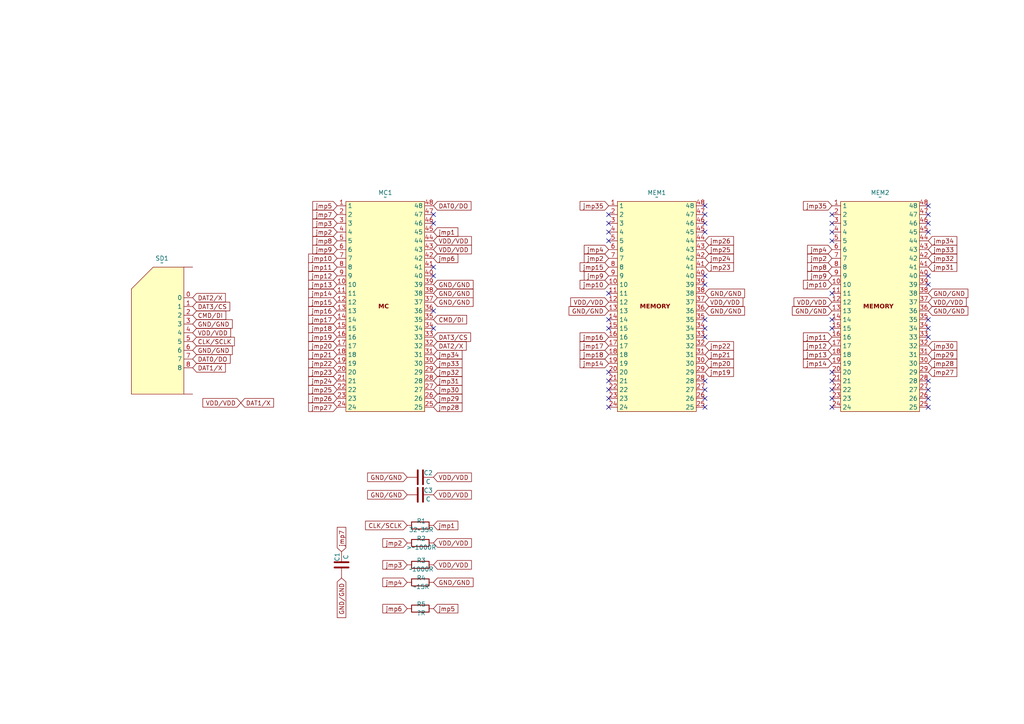
<source format=kicad_sch>
(kicad_sch (version 20250114) (generator "eeschema") (generator_version "9.0")
  (paper "A4")
  (lib_symbols
    (symbol "Device:C" (pin_numbers (hide yes)) (pin_names (offset 0.254))
      (property "Reference" "C" (at 0.635 2.54 0))
      (property "Value" "C" (at 0.635 -2.54 0))
      (symbol "C_0_1"
        (polyline (pts (xy -2.032 0.762) (xy 2.032 0.762)) (stroke (width 0.508)))
        (polyline (pts (xy -2.032 -0.762) (xy 2.032 -0.762)) (stroke (width 0.508)))
      )
      (symbol "C_1_1"
        (pin passive line (at 0 3.81 270) (length 2.794) (name "~") (number "1"))
        (pin passive line (at 0 -3.81 90) (length 2.794) (name "~") (number "2"))
      )
    )
    (symbol "Device:R" (pin_numbers (hide yes)) (pin_names (offset 0))
      (property "Reference" "R" (at 2.032 0 90))
      (property "Value" "R" (at 0 0 90))
      (symbol "R_0_1"
        (rectangle (start -1.016 -2.54) (end 1.016 2.54) (stroke (width 0.254)))
      )
      (symbol "R_1_1"
        (pin passive line (at 0 3.81 270) (length 1.27) (name "~") (number "1"))
        (pin passive line (at 0 -3.81 90) (length 1.27) (name "~") (number "2"))
      )
    )
    (symbol "mc1_1"
      (property "Reference" "MEM" (at 13.462 -2.286 0))
      (symbol "mc1_1_1_1"
        (rectangle (start 2.54 1.27) (end 25.4 -59.69) (fill (type background)))
        (text "MC\n" (at 13.462 -29.21 0) (effects (font (size 1.27 1.27) (bold yes))))
        (pin input line (at 0 0 0) (length 2.54) (name "1") (number "1"))
        (pin input line (at 0 -2.54 0) (length 2.54) (name "2") (number "2"))
        (pin input line (at 0 -5.08 0) (length 2.54) (name "3") (number "3"))
        (pin input line (at 0 -7.62 0) (length 2.54) (name "4") (number "4"))
        (pin input line (at 0 -10.16 0) (length 2.54) (name "5") (number "5"))
        (pin input line (at 0 -12.7 0) (length 2.54) (name "6") (number "6"))
        (pin input line (at 0 -15.24 0) (length 2.54) (name "7") (number "7"))
        (pin input line (at 0 -17.78 0) (length 2.54) (name "8") (number "8"))
        (pin input line (at 0 -20.32 0) (length 2.54) (name "9") (number "9"))
        (pin input line (at 0 -22.86 0) (length 2.54) (name "10") (number "10"))
        (pin input line (at 0 -25.4 0) (length 2.54) (name "11") (number "11"))
        (pin input line (at 0 -27.94 0) (length 2.54) (name "12") (number "12"))
        (pin input line (at 0 -30.48 0) (length 2.54) (name "13") (number "13"))
        (pin input line (at 0 -33.02 0) (length 2.54) (name "14") (number "14"))
        (pin input line (at 0 -35.56 0) (length 2.54) (name "15") (number "15"))
        (pin input line (at 0 -38.1 0) (length 2.54) (name "16") (number "16"))
        (pin input line (at 0 -40.64 0) (length 2.54) (name "17") (number "17"))
        (pin input line (at 0 -43.18 0) (length 2.54) (name "18") (number "18"))
        (pin input line (at 0 -45.72 0) (length 2.54) (name "19") (number "19"))
        (pin input line (at 0 -48.26 0) (length 2.54) (name "20") (number "20"))
        (pin input line (at 0 -50.8 0) (length 2.54) (name "21") (number "21"))
        (pin input line (at 0 -53.34 0) (length 2.54) (name "22") (number "22"))
        (pin input line (at 0 -55.88 0) (length 2.54) (name "23") (number "23"))
        (pin input line (at 0 -58.42 0) (length 2.54) (name "24") (number "24"))
        (pin input line (at 27.94 0 180) (length 2.54) (name "48") (number "48"))
        (pin input line (at 27.94 -2.54 180) (length 2.54) (name "47") (number "47"))
        (pin input line (at 27.94 -5.08 180) (length 2.54) (name "46") (number "46"))
        (pin input line (at 27.94 -7.62 180) (length 2.54) (name "45") (number "45"))
        (pin input line (at 27.94 -10.16 180) (length 2.54) (name "44") (number "44"))
        (pin input line (at 27.94 -12.7 180) (length 2.54) (name "43") (number "43"))
        (pin input line (at 27.94 -15.24 180) (length 2.54) (name "42") (number "42"))
        (pin input line (at 27.94 -17.78 180) (length 2.54) (name "41") (number "41"))
        (pin input line (at 27.94 -20.32 180) (length 2.54) (name "40") (number "40"))
        (pin input line (at 27.94 -22.86 180) (length 2.54) (name "39") (number "39"))
        (pin input line (at 27.94 -25.4 180) (length 2.54) (name "38") (number "38"))
        (pin input line (at 27.94 -27.94 180) (length 2.54) (name "37") (number "37"))
        (pin input line (at 27.94 -30.48 180) (length 2.54) (name "36") (number "36"))
        (pin input line (at 27.94 -33.02 180) (length 2.54) (name "35") (number "35"))
        (pin input line (at 27.94 -35.56 180) (length 2.54) (name "34") (number "34"))
        (pin input line (at 27.94 -38.1 180) (length 2.54) (name "33") (number "33"))
        (pin input line (at 27.94 -40.64 180) (length 2.54) (name "32") (number "32"))
        (pin input line (at 27.94 -43.18 180) (length 2.54) (name "31") (number "31"))
        (pin input line (at 27.94 -45.72 180) (length 2.54) (name "30") (number "30"))
        (pin input line (at 27.94 -48.26 180) (length 2.54) (name "29") (number "29"))
        (pin input line (at 27.94 -50.8 180) (length 2.54) (name "28") (number "28"))
        (pin input line (at 27.94 -53.34 180) (length 2.54) (name "27") (number "27"))
        (pin input line (at 27.94 -55.88 180) (length 2.54) (name "26") (number "26"))
        (pin input line (at 27.94 -58.42 180) (length 2.54) (name "25") (number "25"))
      )
    )
    (symbol "symbols:memory1"
      (property "Reference" "MEM" (at 13.462 -2.286 0))
      (symbol "memory1_1_1"
        (rectangle (start 2.54 1.27) (end 25.4 -59.69) (fill (type background)))
        (text "MEMORY" (at 13.462 -29.21 0) (effects (font (size 1.27 1.27) (bold yes))))
        (pin input line (at 0 0 0) (length 2.54) (name "1") (number "1"))
        (pin input line (at 0 -2.54 0) (length 2.54) (name "2") (number "2"))
        (pin input line (at 0 -5.08 0) (length 2.54) (name "3") (number "3"))
        (pin input line (at 0 -7.62 0) (length 2.54) (name "4") (number "4"))
        (pin input line (at 0 -10.16 0) (length 2.54) (name "5") (number "5"))
        (pin input line (at 0 -12.7 0) (length 2.54) (name "6") (number "6"))
        (pin input line (at 0 -15.24 0) (length 2.54) (name "7") (number "7"))
        (pin input line (at 0 -17.78 0) (length 2.54) (name "8") (number "8"))
        (pin input line (at 0 -20.32 0) (length 2.54) (name "9") (number "9"))
        (pin input line (at 0 -22.86 0) (length 2.54) (name "10") (number "10"))
        (pin input line (at 0 -25.4 0) (length 2.54) (name "11") (number "11"))
        (pin input line (at 0 -27.94 0) (length 2.54) (name "12") (number "12"))
        (pin input line (at 0 -30.48 0) (length 2.54) (name "13") (number "13"))
        (pin input line (at 0 -33.02 0) (length 2.54) (name "14") (number "14"))
        (pin input line (at 0 -35.56 0) (length 2.54) (name "15") (number "15"))
        (pin input line (at 0 -38.1 0) (length 2.54) (name "16") (number "16"))
        (pin input line (at 0 -40.64 0) (length 2.54) (name "17") (number "17"))
        (pin input line (at 0 -43.18 0) (length 2.54) (name "18") (number "18"))
        (pin input line (at 0 -45.72 0) (length 2.54) (name "19") (number "19"))
        (pin input line (at 0 -48.26 0) (length 2.54) (name "20") (number "20"))
        (pin input line (at 0 -50.8 0) (length 2.54) (name "21") (number "21"))
        (pin input line (at 0 -53.34 0) (length 2.54) (name "22") (number "22"))
        (pin input line (at 0 -55.88 0) (length 2.54) (name "23") (number "23"))
        (pin input line (at 0 -58.42 0) (length 2.54) (name "24") (number "24"))
        (pin input line (at 27.94 0 180) (length 2.54) (name "48") (number "48"))
        (pin input line (at 27.94 -2.54 180) (length 2.54) (name "47") (number "47"))
        (pin input line (at 27.94 -5.08 180) (length 2.54) (name "46") (number "46"))
        (pin input line (at 27.94 -7.62 180) (length 2.54) (name "45") (number "45"))
        (pin input line (at 27.94 -10.16 180) (length 2.54) (name "44") (number "44"))
        (pin input line (at 27.94 -12.7 180) (length 2.54) (name "43") (number "43"))
        (pin input line (at 27.94 -15.24 180) (length 2.54) (name "42") (number "42"))
        (pin input line (at 27.94 -17.78 180) (length 2.54) (name "41") (number "41"))
        (pin input line (at 27.94 -20.32 180) (length 2.54) (name "40") (number "40"))
        (pin input line (at 27.94 -22.86 180) (length 2.54) (name "39") (number "39"))
        (pin input line (at 27.94 -25.4 180) (length 2.54) (name "38") (number "38"))
        (pin input line (at 27.94 -27.94 180) (length 2.54) (name "37") (number "37"))
        (pin input line (at 27.94 -30.48 180) (length 2.54) (name "36") (number "36"))
        (pin input line (at 27.94 -33.02 180) (length 2.54) (name "35") (number "35"))
        (pin input line (at 27.94 -35.56 180) (length 2.54) (name "34") (number "34"))
        (pin input line (at 27.94 -38.1 180) (length 2.54) (name "33") (number "33"))
        (pin input line (at 27.94 -40.64 180) (length 2.54) (name "32") (number "32"))
        (pin input line (at 27.94 -43.18 180) (length 2.54) (name "31") (number "31"))
        (pin input line (at 27.94 -45.72 180) (length 2.54) (name "30") (number "30"))
        (pin input line (at 27.94 -48.26 180) (length 2.54) (name "29") (number "29"))
        (pin input line (at 27.94 -50.8 180) (length 2.54) (name "28") (number "28"))
        (pin input line (at 27.94 -53.34 180) (length 2.54) (name "27") (number "27"))
        (pin input line (at 27.94 -55.88 180) (length 2.54) (name "26") (number "26"))
        (pin input line (at 27.94 -58.42 180) (length 2.54) (name "25") (number "25"))
      )
    )
    (symbol "symbols:sd"
      (property "Reference" "SD" (at 0 0 0))
      (symbol "sd_1_1"
        (polyline (pts (xy 8.89 11.43) (xy 8.89 19.05) (xy 11.43 19.05) (xy 0 19.05) (xy -6.35 12.7) (xy -6.35 -17.78) (xy 11.43 -17.78) (xy 8.89 -17.78) (xy 8.89 11.43)) (fill (type background)))
        (pin input line (at 11.43 10.16 180) (length 2.54) (name "0") (number "0"))
        (pin input line (at 11.43 7.62 180) (length 2.54) (name "1") (number "1"))
        (pin input line (at 11.43 5.08 180) (length 2.54) (name "2") (number "2"))
        (pin input line (at 11.43 2.54 180) (length 2.54) (name "3") (number "3"))
        (pin input line (at 11.43 0 180) (length 2.54) (name "4") (number "4"))
        (pin input line (at 11.43 -2.54 180) (length 2.54) (name "5") (number "5"))
        (pin input line (at 11.43 -5.08 180) (length 2.54) (name "6") (number "6"))
        (pin input line (at 11.43 -7.62 180) (length 2.54) (name "7") (number "7"))
        (pin input line (at 11.43 -10.16 180) (length 2.54) (name "8") (number "8"))
      )
    )
  )
  (no_connect (at 241.3 95.25))
  (no_connect (at 176.53 110.49))
  (no_connect (at 176.53 115.57))
  (no_connect (at 269.24 64.77))
  (no_connect (at 269.24 80.01))
  (no_connect (at 269.24 110.49))
  (no_connect (at 269.24 62.23))
  (no_connect (at 176.53 67.31))
  (no_connect (at 204.47 115.57))
  (no_connect (at 204.47 82.55))
  (no_connect (at 241.3 85.09))
  (no_connect (at 204.47 113.03))
  (no_connect (at 241.3 62.23))
  (no_connect (at 125.73 95.25))
  (no_connect (at 269.24 97.79))
  (no_connect (at 269.24 115.57))
  (no_connect (at 176.53 92.71))
  (no_connect (at 125.73 77.47))
  (no_connect (at 241.3 115.57))
  (no_connect (at 176.53 107.95))
  (no_connect (at 241.3 118.11))
  (no_connect (at 204.47 59.69))
  (no_connect (at 204.47 67.31))
  (no_connect (at 241.3 64.77))
  (no_connect (at 176.53 95.25))
  (no_connect (at 204.47 80.01))
  (no_connect (at 241.3 67.31))
  (no_connect (at 269.24 95.25))
  (no_connect (at 204.47 95.25))
  (no_connect (at 269.24 67.31))
  (no_connect (at 241.3 69.85))
  (no_connect (at 241.3 113.03))
  (no_connect (at 269.24 92.71))
  (no_connect (at 204.47 92.71))
  (no_connect (at 269.24 118.11))
  (no_connect (at 204.47 110.49))
  (no_connect (at 125.73 90.17))
  (no_connect (at 125.73 64.77))
  (no_connect (at 176.53 69.85))
  (no_connect (at 269.24 59.69))
  (no_connect (at 125.73 62.23))
  (no_connect (at 269.24 82.55))
  (no_connect (at 204.47 62.23))
  (no_connect (at 241.3 110.49))
  (no_connect (at 176.53 85.09))
  (no_connect (at 241.3 92.71))
  (no_connect (at 176.53 62.23))
  (no_connect (at 176.53 113.03))
  (no_connect (at 241.3 107.95))
  (no_connect (at 269.24 113.03))
  (no_connect (at 204.47 97.79))
  (no_connect (at 125.73 80.01))
  (no_connect (at 176.53 118.11))
  (no_connect (at 176.53 64.77))
  (no_connect (at 204.47 64.77))
  (no_connect (at 204.47 118.11))
  (global_label "jmp4" (shape input) (at 118.11 168.91 180) (property "Intersheetrefs" "${INTERSHEET_REFS}" (effects (hide yes))))
  (global_label "jmp19" (shape input) (at 204.47 107.95 0) (property "Intersheetrefs" "${INTERSHEET_REFS}" (effects (hide yes))))
  (global_label "jmp29" (shape input) (at 269.24 102.87 0) (property "Intersheetrefs" "${INTERSHEET_REFS}" (effects (hide yes))))
  (global_label "jmp21" (shape input) (at 204.47 102.87 0) (property "Intersheetrefs" "${INTERSHEET_REFS}" (effects (hide yes))))
  (global_label "jmp7" (shape input) (at 99.06 160.02 90) (property "Intersheetrefs" "${INTERSHEET_REFS}" (effects (hide yes))))
  (global_label "jmp23" (shape input) (at 204.47 77.47 0) (property "Intersheetrefs" "${INTERSHEET_REFS}" (effects (hide yes))))
  (global_label "jmp15" (shape input) (at 97.79 87.63 180) (property "Intersheetrefs" "${INTERSHEET_REFS}" (effects (hide yes))))
  (global_label "jmp35" (shape input) (at 176.53 59.69 180) (property "Intersheetrefs" "${INTERSHEET_REFS}" (effects (hide yes))))
  (global_label "jmp8" (shape input) (at 241.3 77.47 180) (property "Intersheetrefs" "${INTERSHEET_REFS}" (effects (hide yes))))
  (global_label "jmp15" (shape input) (at 176.53 77.47 180) (property "Intersheetrefs" "${INTERSHEET_REFS}" (effects (hide yes))))
  (global_label "jmp18" (shape input) (at 97.79 95.25 180) (property "Intersheetrefs" "${INTERSHEET_REFS}" (effects (hide yes))))
  (global_label "jmp13" (shape input) (at 241.3 102.87 180) (property "Intersheetrefs" "${INTERSHEET_REFS}" (effects (hide yes))))
  (global_label "VDD{slash}VDD" (shape input) (at 55.88 96.52 0) (property "Intersheetrefs" "${INTERSHEET_REFS}" (effects (hide yes))))
  (global_label "jmp4" (shape input) (at 241.3 72.39 180) (property "Intersheetrefs" "${INTERSHEET_REFS}" (effects (hide yes))))
  (global_label "CMD{slash}DI" (shape input) (at 55.88 91.44 0) (property "Intersheetrefs" "${INTERSHEET_REFS}" (effects (hide yes))))
  (global_label "jmp11" (shape input) (at 241.3 97.79 180) (property "Intersheetrefs" "${INTERSHEET_REFS}" (effects (hide yes))))
  (global_label "CLK{slash}SCLK" (shape input) (at 118.11 152.4 180) (property "Intersheetrefs" "${INTERSHEET_REFS}" (effects (hide yes))))
  (global_label "GND{slash}GND" (shape input) (at 125.73 87.63 0) (property "Intersheetrefs" "${INTERSHEET_REFS}" (effects (hide yes))))
  (global_label "jmp25" (shape input) (at 204.47 72.39 0) (property "Intersheetrefs" "${INTERSHEET_REFS}" (effects (hide yes))))
  (global_label "jmp26" (shape input) (at 204.47 69.85 0) (property "Intersheetrefs" "${INTERSHEET_REFS}" (effects (hide yes))))
  (global_label "jmp20" (shape input) (at 204.47 105.41 0) (property "Intersheetrefs" "${INTERSHEET_REFS}" (effects (hide yes))))
  (global_label "jmp6" (shape input) (at 125.73 74.93 0) (property "Intersheetrefs" "${INTERSHEET_REFS}" (effects (hide yes))))
  (global_label "jmp33" (shape input) (at 125.73 105.41 0) (property "Intersheetrefs" "${INTERSHEET_REFS}" (effects (hide yes))))
  (global_label "jmp2" (shape input) (at 176.53 74.93 180) (property "Intersheetrefs" "${INTERSHEET_REFS}" (effects (hide yes))))
  (global_label "jmp25" (shape input) (at 97.79 113.03 180) (property "Intersheetrefs" "${INTERSHEET_REFS}" (effects (hide yes))))
  (global_label "jmp24" (shape input) (at 97.79 110.49 180) (property "Intersheetrefs" "${INTERSHEET_REFS}" (effects (hide yes))))
  (global_label "jmp23" (shape input) (at 97.79 107.95 180) (property "Intersheetrefs" "${INTERSHEET_REFS}" (effects (hide yes))))
  (global_label "jmp2" (shape input) (at 241.3 74.93 180) (property "Intersheetrefs" "${INTERSHEET_REFS}" (effects (hide yes))))
  (global_label "jmp13" (shape input) (at 97.79 82.55 180) (property "Intersheetrefs" "${INTERSHEET_REFS}" (effects (hide yes))))
  (global_label "DAT3{slash}CS" (shape input) (at 55.88 88.9 0) (property "Intersheetrefs" "${INTERSHEET_REFS}" (effects (hide yes))))
  (global_label "VDD{slash}VDD" (shape input) (at 125.73 157.48 0) (property "Intersheetrefs" "${INTERSHEET_REFS}" (effects (hide yes))))
  (global_label "DAT1{slash}X" (shape input) (at 69.85 116.84 0) (property "Intersheetrefs" "${INTERSHEET_REFS}" (effects (hide yes))))
  (global_label "DAT0{slash}DO" (shape input) (at 55.88 104.14 0) (property "Intersheetrefs" "${INTERSHEET_REFS}" (effects (hide yes))))
  (global_label "GND{slash}GND" (shape input) (at 99.06 167.64 270) (property "Intersheetrefs" "${INTERSHEET_REFS}" (effects (hide yes))))
  (global_label "jmp9" (shape input) (at 241.3 80.01 180) (property "Intersheetrefs" "${INTERSHEET_REFS}" (effects (hide yes))))
  (global_label "DAT2{slash}X" (shape input) (at 55.88 86.36 0) (property "Intersheetrefs" "${INTERSHEET_REFS}" (effects (hide yes))))
  (global_label "jmp9" (shape input) (at 176.53 80.01 180) (property "Intersheetrefs" "${INTERSHEET_REFS}" (effects (hide yes))))
  (global_label "jmp12" (shape input) (at 241.3 100.33 180) (property "Intersheetrefs" "${INTERSHEET_REFS}" (effects (hide yes))))
  (global_label "VDD{slash}VDD" (shape input) (at 69.85 116.84 180) (property "Intersheetrefs" "${INTERSHEET_REFS}" (effects (hide yes))))
  (global_label "jmp10" (shape input) (at 241.3 82.55 180) (property "Intersheetrefs" "${INTERSHEET_REFS}" (effects (hide yes))))
  (global_label "CMD{slash}DI" (shape input) (at 125.73 92.71 0) (property "Intersheetrefs" "${INTERSHEET_REFS}" (effects (hide yes))))
  (global_label "jmp31" (shape input) (at 125.73 110.49 0) (property "Intersheetrefs" "${INTERSHEET_REFS}" (effects (hide yes))))
  (global_label "GND{slash}GND" (shape input) (at 55.88 93.98 0) (property "Intersheetrefs" "${INTERSHEET_REFS}" (effects (hide yes))))
  (global_label "jmp3" (shape input) (at 118.11 163.83 180) (property "Intersheetrefs" "${INTERSHEET_REFS}" (effects (hide yes))))
  (global_label "GND{slash}GND" (shape input) (at 118.11 143.51 180) (property "Intersheetrefs" "${INTERSHEET_REFS}" (effects (hide yes))))
  (global_label "DAT2{slash}X" (shape input) (at 125.73 100.33 0) (property "Intersheetrefs" "${INTERSHEET_REFS}" (effects (hide yes))))
  (global_label "jmp1" (shape input) (at 125.73 67.31 0) (property "Intersheetrefs" "${INTERSHEET_REFS}" (effects (hide yes))))
  (global_label "jmp14" (shape input) (at 241.3 105.41 180) (property "Intersheetrefs" "${INTERSHEET_REFS}" (effects (hide yes))))
  (global_label "jmp22" (shape input) (at 204.47 100.33 0) (property "Intersheetrefs" "${INTERSHEET_REFS}" (effects (hide yes))))
  (global_label "jmp31" (shape input) (at 269.24 77.47 0) (property "Intersheetrefs" "${INTERSHEET_REFS}" (effects (hide yes))))
  (global_label "GND{slash}GND" (shape input) (at 176.53 90.17 180) (property "Intersheetrefs" "${INTERSHEET_REFS}" (effects (hide yes))))
  (global_label "jmp21" (shape input) (at 97.79 102.87 180) (property "Intersheetrefs" "${INTERSHEET_REFS}" (effects (hide yes))))
  (global_label "GND{slash}GND" (shape input) (at 269.24 90.17 0) (property "Intersheetrefs" "${INTERSHEET_REFS}" (effects (hide yes))))
  (global_label "jmp32" (shape input) (at 125.73 107.95 0) (property "Intersheetrefs" "${INTERSHEET_REFS}" (effects (hide yes))))
  (global_label "jmp27" (shape input) (at 269.24 107.95 0) (property "Intersheetrefs" "${INTERSHEET_REFS}" (effects (hide yes))))
  (global_label "jmp28" (shape input) (at 269.24 105.41 0) (property "Intersheetrefs" "${INTERSHEET_REFS}" (effects (hide yes))))
  (global_label "jmp27" (shape input) (at 97.79 118.11 180) (property "Intersheetrefs" "${INTERSHEET_REFS}" (effects (hide yes))))
  (global_label "VDD{slash}VDD" (shape input) (at 125.73 143.51 0) (property "Intersheetrefs" "${INTERSHEET_REFS}" (effects (hide yes))))
  (global_label "jmp5" (shape input) (at 97.79 59.69 180) (property "Intersheetrefs" "${INTERSHEET_REFS}" (effects (hide yes))))
  (global_label "jmp10" (shape input) (at 176.53 82.55 180) (property "Intersheetrefs" "${INTERSHEET_REFS}" (effects (hide yes))))
  (global_label "GND{slash}GND" (shape input) (at 55.88 101.6 0) (property "Intersheetrefs" "${INTERSHEET_REFS}" (effects (hide yes))))
  (global_label "jmp14" (shape input) (at 97.79 85.09 180) (property "Intersheetrefs" "${INTERSHEET_REFS}" (effects (hide yes))))
  (global_label "jmp34" (shape input) (at 269.24 69.85 0) (property "Intersheetrefs" "${INTERSHEET_REFS}" (effects (hide yes))))
  (global_label "jmp16" (shape input) (at 97.79 90.17 180) (property "Intersheetrefs" "${INTERSHEET_REFS}" (effects (hide yes))))
  (global_label "GND{slash}GND" (shape input) (at 118.11 138.43 180) (property "Intersheetrefs" "${INTERSHEET_REFS}" (effects (hide yes))))
  (global_label "jmp1" (shape input) (at 125.73 152.4 0) (property "Intersheetrefs" "${INTERSHEET_REFS}" (effects (hide yes))))
  (global_label "VDD{slash}VDD" (shape input) (at 125.73 69.85 0) (property "Intersheetrefs" "${INTERSHEET_REFS}" (effects (hide yes))))
  (global_label "GND{slash}GND" (shape input) (at 204.47 90.17 0) (property "Intersheetrefs" "${INTERSHEET_REFS}" (effects (hide yes))))
  (global_label "VDD{slash}VDD" (shape input) (at 269.24 87.63 0) (property "Intersheetrefs" "${INTERSHEET_REFS}" (effects (hide yes))))
  (global_label "GND{slash}GND" (shape input) (at 204.47 85.09 0) (property "Intersheetrefs" "${INTERSHEET_REFS}" (effects (hide yes))))
  (global_label "jmp6" (shape input) (at 118.11 176.53 180) (property "Intersheetrefs" "${INTERSHEET_REFS}" (effects (hide yes))))
  (global_label "jmp34" (shape input) (at 125.73 102.87 0) (property "Intersheetrefs" "${INTERSHEET_REFS}" (effects (hide yes))))
  (global_label "jmp2" (shape input) (at 118.11 157.48 180) (property "Intersheetrefs" "${INTERSHEET_REFS}" (effects (hide yes))))
  (global_label "jmp16" (shape input) (at 176.53 97.79 180) (property "Intersheetrefs" "${INTERSHEET_REFS}" (effects (hide yes))))
  (global_label "jmp29" (shape input) (at 125.73 115.57 0) (property "Intersheetrefs" "${INTERSHEET_REFS}" (effects (hide yes))))
  (global_label "jmp7" (shape input) (at 97.79 62.23 180) (property "Intersheetrefs" "${INTERSHEET_REFS}" (effects (hide yes))))
  (global_label "jmp28" (shape input) (at 125.73 118.11 0) (property "Intersheetrefs" "${INTERSHEET_REFS}" (effects (hide yes))))
  (global_label "VDD{slash}VDD" (shape input) (at 204.47 87.63 0) (property "Intersheetrefs" "${INTERSHEET_REFS}" (effects (hide yes))))
  (global_label "jmp17" (shape input) (at 176.53 100.33 180) (property "Intersheetrefs" "${INTERSHEET_REFS}" (effects (hide yes))))
  (global_label "VDD{slash}VDD" (shape input) (at 241.3 87.63 180) (property "Intersheetrefs" "${INTERSHEET_REFS}" (effects (hide yes))))
  (global_label "DAT1{slash}X" (shape input) (at 55.88 106.68 0) (property "Intersheetrefs" "${INTERSHEET_REFS}" (effects (hide yes))))
  (global_label "GND{slash}GND" (shape input) (at 125.73 82.55 0) (property "Intersheetrefs" "${INTERSHEET_REFS}" (effects (hide yes))))
  (global_label "VDD{slash}VDD" (shape input) (at 125.73 138.43 0) (property "Intersheetrefs" "${INTERSHEET_REFS}" (effects (hide yes))))
  (global_label "jmp20" (shape input) (at 97.79 100.33 180) (property "Intersheetrefs" "${INTERSHEET_REFS}" (effects (hide yes))))
  (global_label "jmp32" (shape input) (at 269.24 74.93 0) (property "Intersheetrefs" "${INTERSHEET_REFS}" (effects (hide yes))))
  (global_label "GND{slash}GND" (shape input) (at 241.3 90.17 180) (property "Intersheetrefs" "${INTERSHEET_REFS}" (effects (hide yes))))
  (global_label "jmp33" (shape input) (at 269.24 72.39 0) (property "Intersheetrefs" "${INTERSHEET_REFS}" (effects (hide yes))))
  (global_label "VDD{slash}VDD" (shape input) (at 176.53 87.63 180) (property "Intersheetrefs" "${INTERSHEET_REFS}" (effects (hide yes))))
  (global_label "jmp30" (shape input) (at 125.73 113.03 0) (property "Intersheetrefs" "${INTERSHEET_REFS}" (effects (hide yes))))
  (global_label "GND{slash}GND" (shape input) (at 125.73 85.09 0) (property "Intersheetrefs" "${INTERSHEET_REFS}" (effects (hide yes))))
  (global_label "GND{slash}GND" (shape input) (at 269.24 85.09 0) (property "Intersheetrefs" "${INTERSHEET_REFS}" (effects (hide yes))))
  (global_label "jmp22" (shape input) (at 97.79 105.41 180) (property "Intersheetrefs" "${INTERSHEET_REFS}" (effects (hide yes))))
  (global_label "jmp14" (shape input) (at 176.53 105.41 180) (property "Intersheetrefs" "${INTERSHEET_REFS}" (effects (hide yes))))
  (global_label "jmp24" (shape input) (at 204.47 74.93 0) (property "Intersheetrefs" "${INTERSHEET_REFS}" (effects (hide yes))))
  (global_label "jmp8" (shape input) (at 97.79 69.85 180) (property "Intersheetrefs" "${INTERSHEET_REFS}" (effects (hide yes))))
  (global_label "jmp30" (shape input) (at 269.24 100.33 0) (property "Intersheetrefs" "${INTERSHEET_REFS}" (effects (hide yes))))
  (global_label "jmp3" (shape input) (at 97.79 64.77 180) (property "Intersheetrefs" "${INTERSHEET_REFS}" (effects (hide yes))))
  (global_label "jmp17" (shape input) (at 97.79 92.71 180) (property "Intersheetrefs" "${INTERSHEET_REFS}" (effects (hide yes))))
  (global_label "VDD{slash}VDD" (shape input) (at 125.73 163.83 0) (property "Intersheetrefs" "${INTERSHEET_REFS}" (effects (hide yes))))
  (global_label "DAT3{slash}CS" (shape input) (at 125.73 97.79 0) (property "Intersheetrefs" "${INTERSHEET_REFS}" (effects (hide yes))))
  (global_label "jmp18" (shape input) (at 176.53 102.87 180) (property "Intersheetrefs" "${INTERSHEET_REFS}" (effects (hide yes))))
  (global_label "jmp9" (shape input) (at 97.79 72.39 180) (property "Intersheetrefs" "${INTERSHEET_REFS}" (effects (hide yes))))
  (global_label "jmp11" (shape input) (at 97.79 77.47 180) (property "Intersheetrefs" "${INTERSHEET_REFS}" (effects (hide yes))))
  (global_label "CLK{slash}SCLK" (shape input) (at 55.88 99.06 0) (property "Intersheetrefs" "${INTERSHEET_REFS}" (effects (hide yes))))
  (global_label "VDD{slash}VDD" (shape input) (at 125.73 72.39 0) (property "Intersheetrefs" "${INTERSHEET_REFS}" (effects (hide yes))))
  (global_label "jmp35" (shape input) (at 241.3 59.69 180) (property "Intersheetrefs" "${INTERSHEET_REFS}" (effects (hide yes))))
  (global_label "DAT0{slash}DO" (shape input) (at 125.73 59.69 0) (property "Intersheetrefs" "${INTERSHEET_REFS}" (effects (hide yes))))
  (global_label "jmp5" (shape input) (at 125.73 176.53 0) (property "Intersheetrefs" "${INTERSHEET_REFS}" (effects (hide yes))))
  (global_label "jmp4" (shape input) (at 176.53 72.39 180) (property "Intersheetrefs" "${INTERSHEET_REFS}" (effects (hide yes))))
  (global_label "jmp19" (shape input) (at 97.79 97.79 180) (property "Intersheetrefs" "${INTERSHEET_REFS}" (effects (hide yes))))
  (global_label "jmp12" (shape input) (at 97.79 80.01 180) (property "Intersheetrefs" "${INTERSHEET_REFS}" (effects (hide yes))))
  (global_label "jmp26" (shape input) (at 97.79 115.57 180) (property "Intersheetrefs" "${INTERSHEET_REFS}" (effects (hide yes))))
  (global_label "GND{slash}GND" (shape input) (at 125.73 168.91 0) (property "Intersheetrefs" "${INTERSHEET_REFS}" (effects (hide yes))))
  (global_label "jmp10" (shape input) (at 97.79 74.93 180) (property "Intersheetrefs" "${INTERSHEET_REFS}" (effects (hide yes))))
  (global_label "jmp2" (shape input) (at 97.79 67.31 180) (property "Intersheetrefs" "${INTERSHEET_REFS}" (effects (hide yes))))
  (symbol (lib_id "Device:R") (at 121.92 176.53 90) (unit 1)
    (property "Reference" "R5" (at 122.174 175.26 90))
    (property "Value" "?R" (at 122.174 177.8 90))
    (property "Footprint" "footprints:resistor1" (effects (hide yes)))
    (property "Description" "Resistor" (effects (hide yes)))
  )
  (symbol (lib_id "Device:R") (at 121.92 163.83 90) (unit 1)
    (property "Reference" "R3" (at 122.174 162.56 90))
    (property "Value" "~1000R" (at 122.174 165.1 90))
    (property "Footprint" "footprints:resistor1" (effects (hide yes)))
    (property "Description" "Resistor" (effects (hide yes)))
  )
  (symbol (lib_id "Device:R") (at 121.92 157.48 90) (unit 1)
    (property "Reference" "R2" (at 122.174 156.21 90))
    (property "Value" ">~1000R" (at 122.174 158.75 90))
    (property "Footprint" "footprints:resistor1" (effects (hide yes)))
    (property "Description" "Resistor" (effects (hide yes)))
  )
  (symbol (lib_id "Device:C") (at 99.06 163.83 0) (unit 1)
    (property "Reference" "C1" (at 97.79 161.544 90))
    (property "Value" "C" (at 100.33 161.544 90))
    (property "Footprint" "footprints:capacitor1" (effects (hide yes)))
    (property "Description" "Unpolarized capacitor" (effects (hide yes)))
  )
  (symbol (lib_id "symbols:sd") (at 44.45 96.52 0) (unit 1)
    (property "Reference" "SD1" (at 46.99 74.93 0))
    (property "Value" "~" (at 46.99 76.2 0))
    (property "Footprint" "footprints:sdCard" (effects (hide yes)))
  )
  (symbol (lib_id "Device:C") (at 121.92 143.51 270) (unit 1)
    (property "Reference" "C3" (at 124.206 142.24 90))
    (property "Value" "C" (at 124.206 144.78 90))
    (property "Footprint" "footprints:capacitor1" (effects (hide yes)))
    (property "Description" "Unpolarized capacitor" (effects (hide yes)))
  )
  (symbol (lib_id "Device:R") (at 121.92 152.4 90) (unit 1)
    (property "Reference" "R1" (at 122.174 151.13 90))
    (property "Value" "32~35R" (at 122.174 153.67 90))
    (property "Footprint" "footprints:resistor1" (effects (hide yes)))
    (property "Description" "Resistor" (effects (hide yes)))
  )
  (symbol (lib_name "mc1_1") (lib_id "symbols:mc1") (at 97.79 59.69 0) (unit 1)
    (property "Reference" "MC1" (at 111.76 55.88 0))
    (property "Value" "~" (at 111.76 57.15 0))
    (property "Footprint" "footprints:mc" (effects (hide yes)))
  )
  (symbol (lib_id "Device:C") (at 121.92 138.43 270) (unit 1)
    (property "Reference" "C2" (at 124.206 137.16 90))
    (property "Value" "C" (at 124.206 139.7 90))
    (property "Footprint" "footprints:capacitor1" (effects (hide yes)))
    (property "Description" "Unpolarized capacitor" (effects (hide yes)))
  )
  (symbol (lib_id "symbols:memory1") (at 241.3 59.69 0) (unit 1)
    (property "Reference" "MEM2" (at 255.27 55.88 0))
    (property "Value" "~" (at 255.27 57.15 0))
    (property "Footprint" "footprints:memory" (effects (hide yes)))
  )
  (symbol (lib_id "symbols:memory1") (at 176.53 59.69 0) (unit 1)
    (property "Reference" "MEM1" (at 190.5 55.88 0))
    (property "Value" "~" (at 190.5 57.15 0))
    (property "Footprint" "footprints:memory" (effects (hide yes)))
  )
  (symbol (lib_id "Device:R") (at 121.92 168.91 90) (unit 1)
    (property "Reference" "R4" (at 122.174 167.64 90))
    (property "Value" "~15R" (at 122.174 170.18 90))
    (property "Footprint" "footprints:resistor1" (effects (hide yes)))
    (property "Description" "Resistor" (effects (hide yes)))
  )
)
</source>
